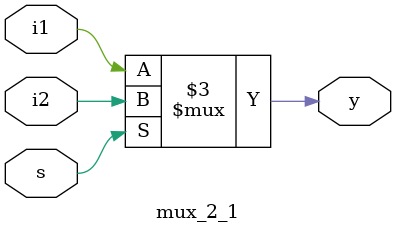
<source format=v>
module mux_2_1(input i1,i2,s,output reg y);
  always@(*)begin
    if(s)
      y = i2;
    else
      y = i1;
  end
endmodule

</source>
